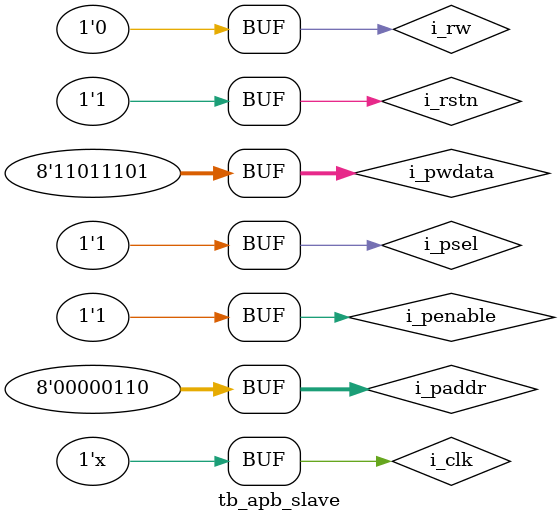
<source format=v>
module tb_apb_slave();
localparam WDATA = 8;
localparam WADDR = 8;

reg i_clk;
reg i_rstn;
reg i_psel;
reg i_penable;
reg i_rw;
reg [WADDR-1 : 0] i_paddr;
reg [WDATA-1 : 0] i_pwdata;
wire o_pready;
wire o_pslverr;
wire [WDATA-1 : 0] o_prdata;

apb_slave#(
    .WDATA(WDATA),
    .WADDR(WADDR)
)apb_slave1(
    .i_PCLK(i_clk),
    .i_PRESETn(i_rstn),    //Active low reset
    .i_PSELx(i_psel),
    .i_PENABLE(i_penable),
    .i_PWRITE(i_rw), //If 1, indicates a WRITE transaction, else READ transaction
    .i_PADDR(i_paddr),
    .i_PWDATA(i_pwdata), //Data coming from APB master during it's WRITE Transaction

    .o_PREADY(o_pready),
    .o_PSLVERR(o_pslverr),
    .o_PRDATA(o_prdata)   //Data which is being read by APB master from APB slave during Master's READ Transaction
);

always#5 i_clk <= ~i_clk;

initial begin
    $dumpfile("apbslave.vcd");
    $dumpvars;
    i_clk <= 0;
    i_rstn <= 0;
    #20 i_rstn <= 1;
    i_psel <= 0;
    i_penable <= 0;
    i_rw <= 0;
    i_paddr <= 0;
    i_pwdata <= 0;

    //1st write transaction
    #30 i_psel <= 1;
    i_rw <= 1;
    #10 i_penable <= 1;
    i_paddr <= 8'h04;   //input address from APB master
    i_pwdata <= 8'hbb;  //input write data from APB master
    #50 i_penable <= 0; //end of write transaction

    //2nd write transaction
    #50 i_penable <= 1;
    i_paddr <= 8'h05;
    i_pwdata <= 8'hcc;
    #60 i_penable <= 0;

    //3rd write transaction
    #50 i_penable <= 1;
    i_paddr <= 8'h06;
    i_pwdata <= 8'hdd;
    #60 i_penable <= 0;

    //1st read transaction
    #20 i_penable <= 1;
    i_paddr <= 8'h04; //read from address 4
    i_rw <= 0;

    #70 i_paddr <= 8'h05;   //read from address 5
    #50 i_paddr <= 8'h06;   //read from address 6

    
end

endmodule
</source>
